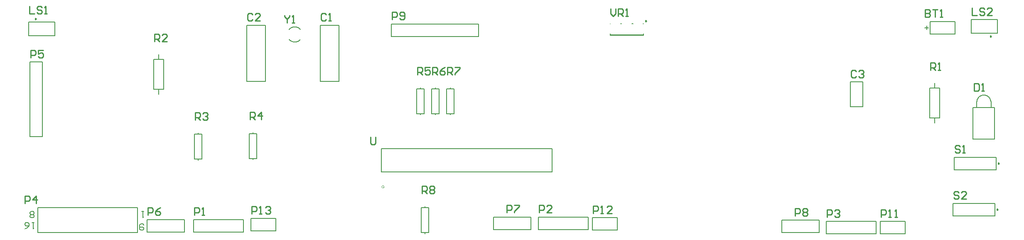
<source format=gto>
G04*
G04 #@! TF.GenerationSoftware,Altium Limited,Altium Designer,21.6.4 (81)*
G04*
G04 Layer_Color=65535*
%FSLAX25Y25*%
%MOIN*%
G70*
G04*
G04 #@! TF.SameCoordinates,8913C7E9-C03F-4568-99A4-2E0721410B73*
G04*
G04*
G04 #@! TF.FilePolarity,Positive*
G04*
G01*
G75*
%ADD10C,0.00984*%
%ADD11C,0.00500*%
%ADD12C,0.00000*%
%ADD13C,0.00787*%
%ADD14C,0.00600*%
%ADD15C,0.01000*%
%ADD16C,0.00800*%
%ADD17C,0.00591*%
D10*
X511150Y184299D02*
X510411Y184725D01*
Y183873D01*
X511150Y184299D01*
X787992Y171929D02*
X787254Y172355D01*
Y171503D01*
X787992Y171929D01*
X21492Y186071D02*
X20754Y186497D01*
Y185645D01*
X21492Y186071D01*
X794236Y70004D02*
X793498Y70430D01*
Y69578D01*
X794236Y70004D01*
X793236Y33004D02*
X792498Y33430D01*
Y32578D01*
X793236Y33004D01*
D11*
X787709Y119153D02*
X787622Y120145D01*
X787364Y121106D01*
X786944Y122008D01*
X786373Y122823D01*
X785670Y123527D01*
X784854Y124097D01*
X783953Y124518D01*
X782991Y124776D01*
X782000Y124862D01*
X781009Y124776D01*
X780048Y124518D01*
X779146Y124097D01*
X778331Y123527D01*
X777627Y122823D01*
X777056Y122008D01*
X776636Y121106D01*
X776378Y120145D01*
X776291Y119153D01*
X773339Y89626D02*
X790661D01*
X773339D02*
Y114823D01*
X790661D01*
Y89626D02*
Y114823D01*
X776291D02*
Y119153D01*
X787709Y114823D02*
Y119153D01*
D12*
X300677Y51240D02*
X300177Y52106D01*
X299177D01*
X298677Y51240D01*
X299177Y50374D01*
X300177D01*
X300677Y51240D01*
D13*
X224452Y169476D02*
X225206Y168752D01*
X226073Y168167D01*
X227027Y167739D01*
X228039Y167480D01*
X229082Y167398D01*
X230123Y167494D01*
X231132Y167768D01*
X232080Y168209D01*
X232938Y168806D01*
X233682Y169540D01*
X233643Y177460D02*
X232899Y178194D01*
X232040Y178791D01*
X231093Y179232D01*
X230083Y179506D01*
X229042Y179602D01*
X228000Y179520D01*
X226987Y179261D01*
X226033Y178833D01*
X225167Y178248D01*
X224412Y177524D01*
X675000Y115500D02*
Y135500D01*
Y115500D02*
X685000D01*
Y135500D01*
X675000D02*
X685000D01*
X508689Y182331D02*
X508886D01*
X482114D02*
X482311D01*
X490579D02*
X491366D01*
X499634D02*
X500421D01*
X482114Y173236D02*
X508886D01*
X482114Y172882D02*
X508886D01*
Y174063D01*
X482114Y172882D02*
Y174063D01*
X699000Y13500D02*
Y23500D01*
X719000D01*
Y13500D02*
Y23500D01*
X699000Y13500D02*
X719000D01*
X468000Y16500D02*
Y26500D01*
X488000D01*
Y16500D02*
Y26500D01*
X468000Y16500D02*
X488000D01*
X194000Y16000D02*
Y26000D01*
X214000D01*
Y16000D02*
Y26000D01*
X194000Y16000D02*
X214000D01*
X147997Y15000D02*
Y25000D01*
X187997D01*
X147997Y15000D02*
X187997D01*
Y25000D01*
X620000Y24500D02*
X650000D01*
X620000Y14500D02*
Y24500D01*
Y14500D02*
X650000D01*
Y24500D01*
X388500Y27000D02*
X418500D01*
X388500Y17000D02*
Y27000D01*
Y17000D02*
X418500D01*
Y27000D01*
X110500Y25000D02*
X140500D01*
X110500Y15000D02*
Y25000D01*
Y15000D02*
X140500D01*
Y25000D01*
X738500Y130500D02*
X746500D01*
Y106500D02*
Y130500D01*
X738500Y106500D02*
X746500D01*
X738500D02*
Y130500D01*
X742500D02*
Y134500D01*
Y102500D02*
Y106500D01*
X148500Y93500D02*
X151500D01*
X148500Y73500D02*
Y93500D01*
Y73500D02*
X154500D01*
Y93500D01*
X151500D02*
X154500D01*
X151500Y72600D02*
Y73500D01*
Y93500D02*
Y94400D01*
X195500Y74000D02*
X198500D01*
Y94000D01*
X192500D02*
X198500D01*
X192500Y74000D02*
Y94000D01*
Y74000D02*
X195500D01*
Y94000D02*
Y94900D01*
Y73100D02*
Y74000D01*
X464500Y17000D02*
Y27000D01*
X424500Y17000D02*
X464500D01*
X424500Y27000D02*
X464500D01*
X424500Y17000D02*
Y27000D01*
X771988Y185512D02*
X793012D01*
X771988Y174488D02*
X793012D01*
X771988D02*
Y185512D01*
X793012Y174488D02*
Y185512D01*
X15488Y172488D02*
X36512D01*
X15488Y183512D02*
X36512D01*
Y172488D02*
Y183512D01*
X15488Y172488D02*
Y183512D01*
X23000Y14500D02*
X103000D01*
X23000Y34500D02*
X103000D01*
X23000Y14500D02*
Y34500D01*
X103000Y14500D02*
Y34500D01*
X695500Y13500D02*
Y23500D01*
X655500Y13500D02*
X695500D01*
X655500Y23500D02*
X695500D01*
X655500Y13500D02*
Y23500D01*
X739000Y184000D02*
X759000D01*
X739000Y174000D02*
Y184000D01*
Y174000D02*
X759000D01*
Y184000D01*
X758150Y65000D02*
X791850D01*
X758150D02*
Y75000D01*
X791850D01*
Y65000D02*
Y75000D01*
X16500Y151500D02*
X26500D01*
X16500Y91500D02*
X26500D01*
X16500D02*
Y151500D01*
X26500Y91500D02*
Y151500D01*
X757150Y28000D02*
X790850D01*
X757150D02*
Y38000D01*
X790850D01*
Y28000D02*
Y38000D01*
X306500Y172000D02*
X376500D01*
Y182000D01*
X306500D02*
X376500D01*
X306500Y172000D02*
Y182000D01*
X249500Y181000D02*
X264500D01*
Y136000D02*
Y181000D01*
X249500Y136000D02*
X264500D01*
X249500D02*
Y181000D01*
X330500Y34500D02*
X333500D01*
X330500Y14500D02*
Y34500D01*
Y14500D02*
X336500D01*
Y34500D01*
X333500D02*
X336500D01*
X333500Y13600D02*
Y14500D01*
Y34500D02*
Y35400D01*
X190500Y181000D02*
X205500D01*
Y136000D02*
Y181000D01*
X190500Y136000D02*
X205500D01*
X190500D02*
Y181000D01*
X116000Y129500D02*
X124000D01*
X116000D02*
Y153500D01*
X124000D01*
Y129500D02*
Y153500D01*
X120000Y125500D02*
Y129500D01*
Y153500D02*
Y157500D01*
X354000Y110000D02*
X357000D01*
Y130000D01*
X351000D02*
X357000D01*
X351000Y110000D02*
Y130000D01*
Y110000D02*
X354000D01*
Y130000D02*
Y130900D01*
Y109100D02*
Y110000D01*
X342000D02*
X345000D01*
Y130000D01*
X339000D02*
X345000D01*
X339000Y110000D02*
Y130000D01*
Y110000D02*
X342000D01*
Y130000D02*
Y130900D01*
Y109100D02*
Y110000D01*
X330000D02*
X333000D01*
Y130000D01*
X327000D02*
X333000D01*
X327000Y110000D02*
Y130000D01*
Y110000D02*
X330000D01*
Y130000D02*
Y130900D01*
Y109100D02*
Y110000D01*
D14*
X298496Y63130D02*
Y81870D01*
X435504Y63130D02*
Y81870D01*
X298496Y63130D02*
X435504D01*
X298496Y81870D02*
X435504D01*
D15*
X699600Y26900D02*
Y32898D01*
X702599D01*
X703599Y31898D01*
Y29899D01*
X702599Y28899D01*
X699600D01*
X705598Y26900D02*
X707597D01*
X706598D01*
Y32898D01*
X705598Y31898D01*
X710596Y26900D02*
X712596D01*
X711596D01*
Y32898D01*
X710596Y31898D01*
X468600Y29900D02*
Y35898D01*
X471599D01*
X472599Y34898D01*
Y32899D01*
X471599Y31899D01*
X468600D01*
X474598Y29900D02*
X476597D01*
X475598D01*
Y35898D01*
X474598Y34898D01*
X483595Y29900D02*
X479596D01*
X483595Y33899D01*
Y34898D01*
X482595Y35898D01*
X480596D01*
X479596Y34898D01*
X194600Y29400D02*
Y35398D01*
X197599D01*
X198599Y34398D01*
Y32399D01*
X197599Y31399D01*
X194600D01*
X200598Y29400D02*
X202597D01*
X201598D01*
Y35398D01*
X200598Y34398D01*
X205596D02*
X206596Y35398D01*
X208595D01*
X209595Y34398D01*
Y33399D01*
X208595Y32399D01*
X207596D01*
X208595D01*
X209595Y31399D01*
Y30400D01*
X208595Y29400D01*
X206596D01*
X205596Y30400D01*
X220900Y188998D02*
Y187998D01*
X222899Y185999D01*
X224899Y187998D01*
Y188998D01*
X222899Y185999D02*
Y183000D01*
X226898D02*
X228897D01*
X227898D01*
Y188998D01*
X226898Y187998D01*
X482700Y194298D02*
Y190299D01*
X484699Y188300D01*
X486699Y190299D01*
Y194298D01*
X488698Y188300D02*
Y194298D01*
X491697D01*
X492697Y193298D01*
Y191299D01*
X491697Y190299D01*
X488698D01*
X490697D02*
X492697Y188300D01*
X494696D02*
X496696D01*
X495696D01*
Y194298D01*
X494696Y193298D01*
X290000Y91298D02*
Y86300D01*
X291000Y85300D01*
X292999D01*
X293999Y86300D01*
Y91298D01*
X761799Y46398D02*
X760799Y47398D01*
X758800D01*
X757800Y46398D01*
Y45399D01*
X758800Y44399D01*
X760799D01*
X761799Y43399D01*
Y42400D01*
X760799Y41400D01*
X758800D01*
X757800Y42400D01*
X767797Y41400D02*
X763798D01*
X767797Y45399D01*
Y46398D01*
X766797Y47398D01*
X764798D01*
X763798Y46398D01*
X762799Y83398D02*
X761799Y84398D01*
X759800D01*
X758800Y83398D01*
Y82399D01*
X759800Y81399D01*
X761799D01*
X762799Y80399D01*
Y79400D01*
X761799Y78400D01*
X759800D01*
X758800Y79400D01*
X764798Y78400D02*
X766797D01*
X765798D01*
Y84398D01*
X764798Y83398D01*
X331100Y45700D02*
Y51698D01*
X334099D01*
X335099Y50698D01*
Y48699D01*
X334099Y47699D01*
X331100D01*
X333099D02*
X335099Y45700D01*
X337098Y50698D02*
X338098Y51698D01*
X340097D01*
X341097Y50698D01*
Y49699D01*
X340097Y48699D01*
X341097Y47699D01*
Y46700D01*
X340097Y45700D01*
X338098D01*
X337098Y46700D01*
Y47699D01*
X338098Y48699D01*
X337098Y49699D01*
Y50698D01*
X338098Y48699D02*
X340097D01*
X351600Y141200D02*
Y147198D01*
X354599D01*
X355599Y146198D01*
Y144199D01*
X354599Y143199D01*
X351600D01*
X353599D02*
X355599Y141200D01*
X357598Y147198D02*
X361597D01*
Y146198D01*
X357598Y142200D01*
Y141200D01*
X339600D02*
Y147198D01*
X342599D01*
X343599Y146198D01*
Y144199D01*
X342599Y143199D01*
X339600D01*
X341599D02*
X343599Y141200D01*
X349597Y147198D02*
X347597Y146198D01*
X345598Y144199D01*
Y142200D01*
X346598Y141200D01*
X348597D01*
X349597Y142200D01*
Y143199D01*
X348597Y144199D01*
X345598D01*
X327600Y141200D02*
Y147198D01*
X330599D01*
X331599Y146198D01*
Y144199D01*
X330599Y143199D01*
X327600D01*
X329599D02*
X331599Y141200D01*
X337597Y147198D02*
X333598D01*
Y144199D01*
X335597Y145199D01*
X336597D01*
X337597Y144199D01*
Y142200D01*
X336597Y141200D01*
X334598D01*
X333598Y142200D01*
X193100Y105200D02*
Y111198D01*
X196099D01*
X197099Y110198D01*
Y108199D01*
X196099Y107199D01*
X193100D01*
X195099D02*
X197099Y105200D01*
X202097D02*
Y111198D01*
X199098Y108199D01*
X203097D01*
X149100Y104700D02*
Y110698D01*
X152099D01*
X153099Y109698D01*
Y107699D01*
X152099Y106699D01*
X149100D01*
X151099D02*
X153099Y104700D01*
X155098Y109698D02*
X156098Y110698D01*
X158097D01*
X159097Y109698D01*
Y108699D01*
X158097Y107699D01*
X157097D01*
X158097D01*
X159097Y106699D01*
Y105700D01*
X158097Y104700D01*
X156098D01*
X155098Y105700D01*
X116600Y167700D02*
Y173698D01*
X119599D01*
X120599Y172698D01*
Y170699D01*
X119599Y169699D01*
X116600D01*
X118599D02*
X120599Y167700D01*
X126597D02*
X122598D01*
X126597Y171699D01*
Y172698D01*
X125597Y173698D01*
X123598D01*
X122598Y172698D01*
X739100Y144700D02*
Y150698D01*
X742099D01*
X743099Y149698D01*
Y147699D01*
X742099Y146699D01*
X739100D01*
X741099D02*
X743099Y144700D01*
X745098D02*
X747097D01*
X746098D01*
Y150698D01*
X745098Y149698D01*
X307100Y185400D02*
Y191398D01*
X310099D01*
X311099Y190398D01*
Y188399D01*
X310099Y187399D01*
X307100D01*
X313098Y186400D02*
X314098Y185400D01*
X316097D01*
X317097Y186400D01*
Y190398D01*
X316097Y191398D01*
X314098D01*
X313098Y190398D01*
Y189399D01*
X314098Y188399D01*
X317097D01*
X630600Y27900D02*
Y33898D01*
X633599D01*
X634599Y32898D01*
Y30899D01*
X633599Y29899D01*
X630600D01*
X636598Y32898D02*
X637598Y33898D01*
X639597D01*
X640597Y32898D01*
Y31899D01*
X639597Y30899D01*
X640597Y29899D01*
Y28900D01*
X639597Y27900D01*
X637598D01*
X636598Y28900D01*
Y29899D01*
X637598Y30899D01*
X636598Y31899D01*
Y32898D01*
X637598Y30899D02*
X639597D01*
X399100Y30400D02*
Y36398D01*
X402099D01*
X403099Y35398D01*
Y33399D01*
X402099Y32399D01*
X399100D01*
X405098Y36398D02*
X409097D01*
Y35398D01*
X405098Y31400D01*
Y30400D01*
X111100Y28400D02*
Y34398D01*
X114099D01*
X115099Y33398D01*
Y31399D01*
X114099Y30399D01*
X111100D01*
X121097Y34398D02*
X119097Y33398D01*
X117098Y31399D01*
Y29400D01*
X118098Y28400D01*
X120097D01*
X121097Y29400D01*
Y30399D01*
X120097Y31399D01*
X117098D01*
X17100Y154900D02*
Y160898D01*
X20099D01*
X21099Y159898D01*
Y157899D01*
X20099Y156899D01*
X17100D01*
X27097Y160898D02*
X23098D01*
Y157899D01*
X25097Y158899D01*
X26097D01*
X27097Y157899D01*
Y155900D01*
X26097Y154900D01*
X24098D01*
X23098Y155900D01*
X12700Y37900D02*
Y43898D01*
X15699D01*
X16699Y42898D01*
Y40899D01*
X15699Y39899D01*
X12700D01*
X21697Y37900D02*
Y43898D01*
X18698Y40899D01*
X22697D01*
X656100Y26900D02*
Y32898D01*
X659099D01*
X660099Y31898D01*
Y29899D01*
X659099Y28899D01*
X656100D01*
X662098Y31898D02*
X663098Y32898D01*
X665097D01*
X666097Y31898D01*
Y30899D01*
X665097Y29899D01*
X664097D01*
X665097D01*
X666097Y28899D01*
Y27900D01*
X665097Y26900D01*
X663098D01*
X662098Y27900D01*
X425100Y30400D02*
Y36398D01*
X428099D01*
X429099Y35398D01*
Y33399D01*
X428099Y32399D01*
X425100D01*
X435097Y30400D02*
X431098D01*
X435097Y34399D01*
Y35398D01*
X434097Y36398D01*
X432098D01*
X431098Y35398D01*
X148600Y28400D02*
Y34398D01*
X151599D01*
X152599Y33398D01*
Y31399D01*
X151599Y30399D01*
X148600D01*
X154598Y28400D02*
X156597D01*
X155598D01*
Y34398D01*
X154598Y33398D01*
X772600Y194898D02*
Y188900D01*
X776599D01*
X782597Y193898D02*
X781597Y194898D01*
X779598D01*
X778598Y193898D01*
Y192899D01*
X779598Y191899D01*
X781597D01*
X782597Y190899D01*
Y189900D01*
X781597Y188900D01*
X779598D01*
X778598Y189900D01*
X788595Y188900D02*
X784596D01*
X788595Y192899D01*
Y193898D01*
X787595Y194898D01*
X785596D01*
X784596Y193898D01*
X16100Y196098D02*
Y190100D01*
X20099D01*
X26097Y195098D02*
X25097Y196098D01*
X23098D01*
X22098Y195098D01*
Y194099D01*
X23098Y193099D01*
X25097D01*
X26097Y192099D01*
Y191100D01*
X25097Y190100D01*
X23098D01*
X22098Y191100D01*
X28096Y190100D02*
X30095D01*
X29096D01*
Y196098D01*
X28096Y195098D01*
X774100Y134098D02*
Y128100D01*
X777099D01*
X778099Y129100D01*
Y133098D01*
X777099Y134098D01*
X774100D01*
X780098Y128100D02*
X782097D01*
X781098D01*
Y134098D01*
X780098Y133098D01*
X679599Y143898D02*
X678599Y144898D01*
X676600D01*
X675600Y143898D01*
Y139900D01*
X676600Y138900D01*
X678599D01*
X679599Y139900D01*
X681598Y143898D02*
X682598Y144898D01*
X684597D01*
X685597Y143898D01*
Y142899D01*
X684597Y141899D01*
X683597D01*
X684597D01*
X685597Y140899D01*
Y139900D01*
X684597Y138900D01*
X682598D01*
X681598Y139900D01*
X195099Y189398D02*
X194099Y190398D01*
X192100D01*
X191100Y189398D01*
Y185400D01*
X192100Y184400D01*
X194099D01*
X195099Y185400D01*
X201097Y184400D02*
X197098D01*
X201097Y188399D01*
Y189398D01*
X200097Y190398D01*
X198098D01*
X197098Y189398D01*
X254099D02*
X253099Y190398D01*
X251100D01*
X250100Y189398D01*
Y185400D01*
X251100Y184400D01*
X253099D01*
X254099Y185400D01*
X256098Y184400D02*
X258097D01*
X257098D01*
Y190398D01*
X256098Y189398D01*
X735000Y193398D02*
Y187400D01*
X737999D01*
X738999Y188400D01*
Y189399D01*
X737999Y190399D01*
X735000D01*
X737999D01*
X738999Y191399D01*
Y192398D01*
X737999Y193398D01*
X735000D01*
X740998D02*
X744997D01*
X742997D01*
Y187400D01*
X746996D02*
X748995D01*
X747996D01*
Y193398D01*
X746996Y192398D01*
D16*
X20000Y22500D02*
X18334D01*
X19167D01*
Y17502D01*
X20000Y18335D01*
X12502Y17502D02*
X14168Y18335D01*
X15835Y20001D01*
Y21667D01*
X15002Y22500D01*
X13336D01*
X12502Y21667D01*
Y20834D01*
X13336Y20001D01*
X15835D01*
X20000Y27335D02*
X19167Y26502D01*
X17501D01*
X16668Y27335D01*
Y28168D01*
X17501Y29001D01*
X16668Y29834D01*
Y30667D01*
X17501Y31500D01*
X19167D01*
X20000Y30667D01*
Y29834D01*
X19167Y29001D01*
X20000Y28168D01*
Y27335D01*
X19167Y29001D02*
X17501D01*
X108000Y31500D02*
X106334D01*
X107167D01*
Y26502D01*
X108000Y27335D01*
Y20667D02*
X107167Y21500D01*
X105501D01*
X104668Y20667D01*
Y17335D01*
X105501Y16502D01*
X107167D01*
X108000Y17335D01*
Y18168D01*
X107167Y19001D01*
X104668D01*
D17*
X734551Y178991D02*
X737569D01*
X736060Y180500D02*
Y177483D01*
M02*

</source>
